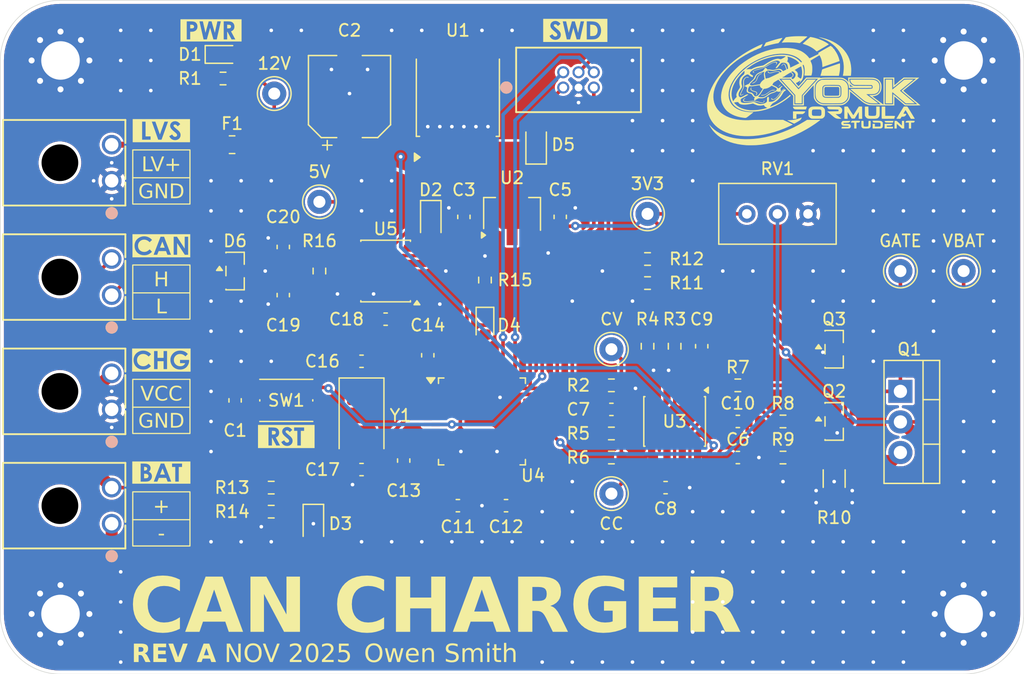
<source format=kicad_pcb>
(kicad_pcb (version 20241229) (generator "pcbnew") (generator_version "9.0")
  (title_block (title "Linear Battery Charger") (date "2025-11-22") (rev "${REVISION}") (company "York Formula Student"))
  (layers (0 "F.Cu" signal) (2 "B.Cu" signal) (5 "F.SilkS" user "F.Silkscreen") (7 "B.SilkS" user "B.Silkscreen") (1 "F.Mask" user) (3 "B.Mask" user) (25 "Edge.Cuts" user))
  (property "REVISION" "A")
  (net 0 "")
  (net 1 "+12V")
  (net 2 "GND")
  (net 3 "+5V")
  (net 4 "+3V3")
  (net 5 "Net-(U3A-+)")
  (net 6 "Net-(U3B-+)")
  (net 7 "Net-(C9-Pad1)")
  (net 8 "/CV_FB")
  (net 9 "Net-(C10-Pad1)")
  (net 10 "/CC_FB")
  (net 11 "VCC_SENSE")
  (net 12 "/HSE_IN")
  (net 13 "/HSE_OUT")
  (net 14 "CANH")
  (net 15 "CANL")
  (net 16 "Net-(D1-K)")
  (net 17 "Net-(D4-A)")
  (net 18 "Net-(D4-K)")
  (net 19 "Net-(D5-A)")
  (net 20 "12V_IN")
  (net 21 "VCC")
  (net 22 "VBAT")
  (net 23 "/SWCLK")
  (net 24 "/NRST")
  (net 25 "/SWO")
  (net 26 "/SWDIO")
  (net 27 "Net-(Q1-S)")
  (net 28 "/GATE")
  (net 29 "Net-(Q2-G)")
  (net 30 "Net-(Q3-G)")
  (net 31 "CV_SET")
  (net 32 "CC_SET")
  (net 33 "ENABLE")
  (net 43 "CAN_TX")
  (net 55 "CAN_RX")
  (footprint "Capacitor_SMD:C_0603_1608Metric" (layer "F.Cu") (at 125.25 70.5)
    (property "Reference" "C8")
    (property "Value" "30n")
  )
  (footprint "Resistor_SMD:R_0603_1608Metric" (layer "F.Cu") (at 135 68 180)
    (property "Reference" "R9")
    (property "Value" "1k")
  )
  (footprint "Capacitor_SMD:C_0603_1608Metric" (layer "F.Cu") (at 131.25 68)
    (property "Reference" "C6")
    (property "Value" "1u")
  )
  (footprint "Resistor_SMD:R_0603_1608Metric" (layer "F.Cu") (at 88.5 36.5)
    (property "Reference" "R1")
    (property "Value" "10k")
  )
  (footprint "Resistor_SMD:R_0603_1608Metric" (layer "F.Cu") (at 110.25 53.25 -90)
    (property "Reference" "R15")
    (property "Value" "330")
  )
  (footprint "Capacitor_SMD:C_0603_1608Metric" (layer "F.Cu") (at 120.75 64 180)
    (property "Reference" "C7")
    (property "Value" "1u")
  )
  (footprint "Capacitor_SMD:CP_Elec_6.3x7.7" (layer "F.Cu") (at 99 38 90)
    (property "Reference" "C2")
    (property "Value" "22u")
  )
  (footprint "kibuzzard-6910B743" (layer "F.Cu") (at 83.375 50.4)
    (property "Reference" "kibuzzard-6910B743" (hide yes))
    (property "Value" "G***" (hide yes))
  )
  (footprint "Capacitor_SMD:C_0603_1608Metric" (layer "F.Cu") (at 108 72)
    (property "Reference" "C11")
    (property "Value" "1u")
  )
  (footprint "LED_SMD:LED_0603_1608Metric" (layer "F.Cu") (at 110.25 57 -90)
    (property "Reference" "D4")
    (property "Value" "LED_Small")
  )
  (footprint "Package_TO_SOT_THT:TO-220-3_Vertical" (layer "F.Cu") (at 144.75 62.5 -90)
    (property "Reference" "Q1")
    (property "Value" "IRFB4020")
  )
  (footprint "TestPoint:TestPoint_Keystone_5000-5004_Miniature" (layer "F.Cu") (at 150 52.5)
    (property "Reference" "TP7" (hide yes))
    (property "Value" "TestPoint")
  )
  (footprint "Diode_SMD:D_SOD-323" (layer "F.Cu") (at 105.75 48.25 -90)
    (property "Reference" "D2")
    (property "Value" "D_Schottky")
  )
  (footprint "Resistor_SMD:R_0603_1608Metric" (layer "F.Cu") (at 92.5 70.5)
    (property "Reference" "R13")
    (property "Value" "51k")
  )
  (footprint "Capacitor_SMD:C_0603_1608Metric" (layer "F.Cu") (at 100 60)
    (property "Reference" "C16")
    (property "Value" "30p")
  )
  (footprint "Resistor_SMD:R_0603_1608Metric" (layer "F.Cu") (at 120.75 68 180)
    (property "Reference" "R6")
    (property "Value" "10k")
  )
  (footprint "Button_Switch_SMD:SW_Push_1P1T_NO_Vertical_Wuerth_434133025816" (layer "F.Cu") (at 93.75 63.25)
    (property "Reference" "SW1")
    (property "Value" "SW_Push")
  )
  (footprint "kibuzzard-6910BB76" (layer "F.Cu") (at 117.75 32.5)
    (property "Reference" "kibuzzard-6910BB76" (hide yes))
    (property "Value" "G***" (hide yes))
  )
  (footprint "Package_TO_SOT_SMD:TO-252-2" (layer "F.Cu") (at 108 38 90)
    (property "Reference" "U1")
    (property "Value" "TPS7B88")
  )
  (footprint "kibuzzard-6910BB6B" (layer "F.Cu") (at 87.5 32.5)
    (property "Reference" "kibuzzard-6910BB6B" (hide yes))
    (property "Value" "G***" (hide yes))
  )
  (footprint "MountingHole:MountingHole_3.2mm_M3_Pad_Via" (layer "F.Cu") (at 75 81)
    (property "Reference" "H2" (hide yes))
    (property "Value" "MountingHole_Pad")
  )
  (footprint "TestPoint:TestPoint_Keystone_5000-5004_Miniature" (layer "F.Cu") (at 123.75 47.75)
    (property "Reference" "TP3" (hide yes))
    (property "Value" "TestPoint")
  )
  (footprint "kibuzzard-6910BB45" (layer "F.Cu") (at 93.75 66.25)
    (property "Reference" "kibuzzard-6910BB45" (hide yes))
    (property "Value" "G***" (hide yes))
  )
  (footprint "Package_SO:SOIC-8_3.9x4.9mm_P1.27mm" (layer "F.Cu") (at 126 65 -90)
    (property "Reference" "U3")
    (property "Value" "OPA1678")
  )
  (footprint "Capacitor_SMD:C_0603_1608Metric" (layer "F.Cu") (at 128.25 58.75 -90)
    (property "Reference" "C9")
    (property "Value" "10n")
  )
  (footprint "TestPoint:TestPoint_Keystone_5000-5004_Miniature" (layer "F.Cu") (at 120.75 59)
    (property "Reference" "TP5" (hide yes))
    (property "Value" "TestPoint")
  )
  (footprint "Resistor_SMD:R_0603_1608Metric" (layer "F.Cu") (at 131.25 62)
    (property "Reference" "R7")
    (property "Value" "1k")
  )
  (footprint "Capacitor_SMD:C_0603_1608Metric" (layer "F.Cu") (at 100 69 180)
    (property "Reference" "C17")
    (property "Value" "30p")
  )
  (footprint "Package_TO_SOT_SMD:SOT-23" (layer "F.Cu") (at 139.25 65)
    (property "Reference" "Q2")
    (property "Value" "FDV303N")
  )
  (footprint "kibuzzard-6910B7D7" (layer "F.Cu") (at 83.375 40.834141)
    (property "Reference" "kibuzzard-6910B7D7" (hide yes))
    (property "Value" "G***" (hide yes))
  )
  (footprint "Resistor_SMD:R_0603_1608Metric" (layer "F.Cu") (at 92.5 72.5 180)
    (property "Reference" "R14")
    (property "Value" "3k")
  )
  (footprint "Diode_SMD:D_SOD-323" (layer "F.Cu") (at 114.5 42 90)
    (property "Reference" "D5")
    (property "Value" "D_Schottky")
  )
  (footprint "yfs:MolexMicrofitPlus1x2" (layer "F.Cu") (at 79.25 73.5 -90)
    (property "Reference" "J3" (hide yes))
    (property "Value" "Conn_01x02")
  )
  (footprint "Capacitor_SMD:C_0603_1608Metric" (layer "F.Cu") (at 116.5 48 90)
    (property "Reference" "C5")
    (property "Value" "1u")
  )
  (footprint "Capacitor_SMD:C_0603_1608Metric" (layer "F.Cu") (at 108.5 48 90)
    (property "Reference" "C3")
    (property "Value" "1u")
  )
  (footprint "Resistor_SMD:R_0603_1608Metric" (layer "F.Cu") (at 126 58.75 -90)
    (property "Reference" "R3")
    (property "Value" "30k")
  )
  (footprint "LED_SMD:LED_0603_1608Metric" (layer "F.Cu") (at 88.5 34.5)
    (property "Reference" "D1")
    (property "Value" "LED_Small")
  )
  (footprint "TestPoint:TestPoint_Keystone_5000-5004_Miniature" (layer "F.Cu") (at 96.5 46.75)
    (property "Reference" "TP2" (hide yes))
    (property "Value" "TestPoint")
  )
  (footprint "TestPoint:TestPoint_Keystone_5000-5004_Miniature" (layer "F.Cu") (at 144.75 52.5)
    (property "Reference" "TP8" (hide yes))
    (property "Value" "TestPoint")
  )
  (footprint "Capacitor_SMD:C_0603_1608Metric" (layer "F.Cu") (at 93.5 50.5 90)
    (property "Reference" "C20")
    (property "Value" "100p")
  )
  (footprint "TestPoint:TestPoint_Keystone_5000-5004_Miniature" (layer "F.Cu") (at 92.75 37.75)
    (property "Reference" "TP1" (hide yes))
    (property "Value" "TestPoint")
  )
  (footprint "Capacitor_SMD:C_0603_1608Metric" (layer "F.Cu") (at 105.5 59.5 90)
    (property "Reference" "C14")
    (property "Value" "1u")
  )
  (footprint "Resistor_SMD:R_0805_2012Metric" (layer "F.Cu") (at 89.25 42)
    (property "Reference" "F1")
    (property "Value" "Polyfuse")
  )
  (footprint "kibuzzard-691F9AB4" (layer "F.Cu") (at 83.375 59.9)
    (property "Reference" "kibuzzard-691F9AB4" (hide yes))
    (property "Value" "G***" (hide yes))
  )
  (footprint "Resistor_SMD:R_0603_1608Metric" (layer "F.Cu") (at 123.75 51.5 180)
    (property "Reference" "R12")
    (property "Value" "10k")
  )
  (footprint "yfs:MolexMicrofitPlus1x2" (layer "F.Cu") (at 79.25 45 -90)
    (property "Reference" "J2" (hide yes))
    (property "Value" "Conn_01x02")
  )
  (footprint "MountingHole:MountingHole_3.2mm_M3_Pad_Via" (layer "F.Cu") (at 75 35)
    (property "Reference" "H1" (hide yes))
    (property "Value" "MountingHole_Pad")
  )
  (footprint "Resistor_SMD:R_1206_3216Metric" (layer "F.Cu") (at 139.25 69.75 -90)
    (property "Reference" "R10")
    (property "Value" "25m")
  )
  (footprint "yfs:MolexMicrofitPlus1x2" (layer "F.Cu") (at 79.25 64 -90)
    (property "Reference" "J4" (hide yes))
    (property "Value" "Conn_01x02")
  )
  (footprint "Resistor_SMD:R_0603_1608Metric" (layer "F.Cu") (at 120.75 62)
    (property "Reference" "R2")
    (property "Value" "330")
  )
  (footprint "Capacitor_SMD:C_0603_1608Metric" (layer "F.Cu") (at 102 56.5 180)
    (property "Reference" "C18")
    (property "Value" "1u")
  )
  (footprint "kibuzzard-691FA72C" (layer "F.Cu") (at 83.375 69.25)
    (property "Reference" "kibuzzard-691FA72C" (hide yes))
    (property "Value" "G***" (hide yes))
  )
  (footprint "TestPoint:TestPoint_Keystone_5000-5004_Miniature" (layer "F.Cu") (at 120.75 71)
    (property "Reference" "TP6" (hide yes))
    (property "Value" "TestPoint")
  )
  (footprint "Package_TO_SOT_SMD:SOT-23" (layer "F.Cu") (at 89.5 52.5)
    (property "Reference" "D6")
    (property "Value" "PESD2CAN")
  )
  (footprint "Package_TO_SOT_SMD:SOT-89-3" (layer "F.Cu") (at 112.5 47.75 90)
    (property "Reference" "U2")
    (property "Value" "MCP1700x-330xxMB")
  )
  (footprint "Diode_SMD:D_SOD-323" (layer "F.Cu") (at 96 73.5 -90)
    (property "Reference" "D3")
    (property "Value" "3V6")
  )
  (footprint "LOGO" (layer "F.Cu") (at 137.5 37.5)
    (property "Reference" "G***" (hide yes))
    (property "Value" "LOGO" (hide yes))
  )
  (footprint "Resistor_SMD:R_0603_1608Metric" (layer "F.Cu") (at 123.75 53.5 180)
    (property "Reference" "R11")
    (property "Value" "1k")
  )
  (footprint "Potentiometer_THT:Potentiometer_Bourns_3296W_Vertical" (layer "F.Cu") (at 132 47.75 180)
    (property "Reference" "RV1")
    (property "Value" "10k")
  )
  (footprint "Capacitor_SMD:C_0603_1608Metric" (layer "F.Cu") (at 89.5 63.25 -90)
    (property "Reference" "C1")
    (property "Value" "100n")
  )
  (footprint "Capacitor_SMD:C_0603_1608Metric" (layer "F.Cu") (at 93.5 54.5 -90)
    (property "Reference" "C19")
    (property "Value" "100p")
  )
  (footprint "Package_QFP:LQFP-48_7x7mm_P0.5mm" (layer "F.Cu") (at 110 65)
    (property "Reference" "U4")
    (property "Value" "STM32F103C8Tx")
  )
  (footprint "MountingHole:MountingHole_3.2mm_M3_Pad_Via" (layer "F.Cu") (at 150 81)
    (property "Reference" "H4" (hide yes))
    (property "Value" "MountingHole_Pad")
  )
  (footprint "MountingHole:MountingHole_3.2mm_M3_Pad_Via" (layer "F.Cu") (at 150 35)
    (property "Reference" "H3" (hide yes))
    (property "Value" "MountingHole_Pad")
  )
  (footprint "Capacitor_SMD:C_0603_1608Metric" (layer "F.Cu") (at 112 72 180)
    (property "Reference" "C12")
    (property "Value" "1u")
  )
  (footprint "yfs:MolexMicrofitPlus1x2" (layer "F.Cu") (at 79.25 54.5 -90)
    (property "Reference" "J1" (hide yes))
    (property "Value" "Conn_01x02")
  )
  (footprint "Capacitor_SMD:C_0603_1608Metric" (layer "F.Cu") (at 131.25 65)
    (property "Reference" "C10")
    (property "Value" "10n")
  )
  (footprint "Resistor_SMD:R_0603_1608Metric" (layer "F.Cu") (at 96.5 52.5 90)
    (property "Reference" "R16")
    (property "Value" "120")
  )
  (footprint "Resistor_SMD:R_0603_1608Metric" (layer "F.Cu") (at 120.75 66)
    (property "Reference" "R5")
    (property "Value" "300k")
  )
  (footprint "Resistor_SMD:R_0603_1608Metric" (layer "F.Cu") (at 135 65)
    (property "Reference" "R8")
    (property "Value" "1k")
  )
  (footprint "Resistor_SMD:R_0603_1608Metric" (layer "F.Cu") (at 123.75 58.75 90)
    (property "Reference" "R4")
    (property "Value" "7k5")
  )
  (footprint "Capacitor_SMD:C_0603_1608Metric" (layer "F.Cu") (at 103.5 68.25 -90)
    (property "Reference" "C13")
    (property "Value" "1u")
  )
  (footprint "yfs:IDC-Connector-2x3" (layer "F.Cu") (at 116.75 37.25)
    (property "Reference" "J5" (hide yes))
    (property "Value" "Conn_01x06")
  )
  (footprint "Package_SO:SOIC-8_3.9x4.9mm_P1.27mm" (layer "F.Cu") (at 102 52.5 180)
    (property "Reference" "U5")
    (property "Value" "SN65HVD1050D")
  )
  (footprint "Package_TO_SOT_SMD:SOT-23" (layer "F.Cu") (at 139.25 59)
    (property "Reference" "Q3")
    (property "Value" "FDV303N")
  )
  (footprint "Crystal:Crystal_SMD_5032-2Pin_5.0x3.2mm" (layer "F.Cu") (at 100 64.5 -90)
    (property "Reference" "Y1")
    (property "Value" "8M")
  )
  (gr_line (start 81 63.815859) (end 85.75 63.815859) (stroke (width 0.1)) (layer "F.SilkS"))
  (gr_rect (start 81 52) (end 85.75 56.5) (stroke (width 0.1)) (fill no) (layer "F.SilkS"))
  (gr_rect (start 81 61.5) (end 85.75 66) (stroke (width 0.1)) (fill no) (layer "F.SilkS"))
  (gr_line (start 81 44.75) (end 85.75 44.75) (stroke (width 0.1)) (layer "F.SilkS"))
  (gr_rect (start 81 42.434141) (end 85.75 46.934141) (stroke (width 0.1)) (fill no) (layer "F.SilkS"))
  (gr_line (start 81 73.165859) (end 85.75 73.165859) (stroke (width 0.1)) (layer "F.SilkS"))
  (gr_line (start 81 54.315859) (end 85.75 54.315859) (stroke (width 0.1)) (layer "F.SilkS"))
  (gr_rect (start 81 70.85) (end 85.75 75.35) (stroke (width 0.1)) (fill no) (layer "F.SilkS"))
  (gr_arc (start 70 35) (mid 71.464466 31.464466) (end 75 30) (stroke (width 0.05)) (layer "Edge.Cuts"))
  (gr_arc (start 150 30) (mid 153.535534 31.464466) (end 155 35) (stroke (width 0.05)) (layer "Edge.Cuts"))
  (gr_line (start 75 86) (end 79 86) (stroke (width 0.05)) (layer "Edge.Cuts"))
  (gr_arc (start 75 86) (mid 71.464466 84.535534) (end 70 81) (stroke (width 0.05)) (layer "Edge.Cuts"))
  (gr_line (start 70 35) (end 70 67) (stroke (width 0.05)) (layer "Edge.Cuts"))
  (gr_arc (start 155 81) (mid 153.535534 84.535534) (end 150 86) (stroke (width 0.05)) (layer "Edge.Cuts"))
  (gr_line (start 75 30) (end 150 30) (stroke (width 0.05)) (layer "Edge.Cuts"))
  (gr_line (start 150 86) (end 79 86) (stroke (width 0.05)) (layer "Edge.Cuts"))
  (gr_line (start 155 81) (end 155 35) (stroke (width 0.05)) (layer "Edge.Cuts"))
  (gr_line (start 70 81) (end 70 67) (stroke (width 0.05)) (layer "Edge.Cuts"))
  (gr_text "VBAT" (at 150 50 0) (layer "F.SilkS") (effects (font (size 1 1))))
  (gr_text "VCC" (at 83.375 62.065859 0) (layer "F.SilkS") (effects (font (size 1.2 1.2) (thickness 0.125)) (justify top)))
  (gr_text "Owen Smith" (at 100.2 85.25 0) (layer "F.SilkS") (effects (font (size 1.5 1.5) (thickness 0.125)) (justify left bottom)))
  (gr_text "GATE" (at 144.75 50 0) (layer "F.SilkS") (effects (font (size 1 1))))
  (gr_text "H" (at 83.375 52.565859 0) (layer "F.SilkS") (effects (font (size 1.2 1.2) (thickness 0.125)) (justify top)))
  (gr_text "+" (at 83.375 71.415859 0) (layer "F.SilkS") (effects (font (size 1.2 1.2) (thickness 0.125)) (justify top)))
  (gr_text "LV+" (at 83.375 43 0) (layer "F.SilkS") (effects (font (size 1.2 1.2) (thickness 0.125)) (justify top)))
  (gr_text "NOV 2025" (at 88.6 85.25 0) (layer "F.SilkS") (effects (font (size 1.5 1.5) (thickness 0.125)) (justify left bottom)))
  (gr_text "12V" (at 92.75 35.25 0) (layer "F.SilkS") (effects (font (size 1 1))))
  (gr_text "5V" (at 96.5 44.25 0) (layer "F.SilkS") (effects (font (size 1 1))))
  (gr_text "L" (at 83.375 54.815859 0) (layer "F.SilkS") (effects (font (size 1.2 1.2) (thickness 0.125)) (justify top)))
  (gr_text "CAN CHARGER" (at 80.7 83.25 0) (layer "F.SilkS") (effects (font (size 4.5 4.5) (thickness 0.8) (bold yes)) (justify left bottom)))
  (gr_text "CC" (at 120.75 73.5 0) (layer "F.SilkS") (effects (font (size 1 1))))
  (gr_text "3V3" (at 123.75 45.25 0) (layer "F.SilkS") (effects (font (size 1 1))))
  (gr_text "-" (at 83.375 73.665859 0) (layer "F.SilkS") (effects (font (size 1.2 1.2) (thickness 0.125)) (justify top)))
  (gr_text "GND" (at 83.375 64.315859 0) (layer "F.SilkS") (effects (font (size 1.2 1.2) (thickness 0.125)) (justify top)))
  (gr_text "GND" (at 83.375 45.25 0) (layer "F.SilkS") (effects (font (size 1.2 1.2) (thickness 0.125)) (justify top)))
  (gr_text "REV ${REVISION}" (at 80.9 85.25 0) (layer "F.SilkS") (effects (font (size 1.5 1.5) (thickness 0.2) (bold yes)) (justify left bottom)))
  (gr_text "CV" (at 120.75 56.5 0) (layer "F.SilkS") (effects (font (size 1 1))))
  (segment (start 92.75 37.75) (end 89.5 34.5) (width 0.3) (layer "F.Cu") (net 1))
  (segment (start 92.75 39.4125) (end 92.75 37.75) (width 0.3) (layer "F.Cu") (net 1))
  (segment (start 129.25 67.18) (end 128.43 68) (width 0.3) (layer "F.Cu") (net 1))
  (segment (start 129.25 67) (end 129.25 67.18) (width 0.3) (layer "F.Cu") (net 1))
  (segment (start 105.75 47.2) (end 105.75 43.07) (width 0.3) (layer "F.Cu") (net 1))
  (segment (start 128.43 68) (end 127.905 67.475) (width 0.3) (layer "F.Cu") (net 1))
  (segment (start 130.475 68) (end 128.43 68) (width 0.3) (layer "F.Cu") (net 1))
  (segment (start 90.1625 42) (end 92.75 39.4125) (width 0.3) (layer "F.Cu") (net 1))
  (via (at 129.25 67) (size 0.7) (drill 0.3) (layers "F.Cu" "B.Cu") (net 1))
  (via (at 103.25 43) (size 0.7) (drill 0.3) (layers "F.Cu" "B.Cu") (net 1))
  (segment (start 113.307636 60.549) (end 103.25 50.491364) (width 0.3) (layer "B.Cu") (net 1))
  (segment (start 103.25 50.491364) (end 103.25 43) (width 0.3) (layer "B.Cu") (net 1))
  (segment (start 129.25 67) (end 122.799 60.549) (width 0.3) (layer "B.Cu") (net 1))
  (segment (start 122.799 60.549) (end 113.307636 60.549) (width 0.3) (layer "B.Cu") (net 1))
  (via (at 145 85) (size 0.7) (drill 0.3) (layers "F.Cu" "B.Cu") (net 2))
  (via (at 152.5 67.5) (size 0.7) (drill 0.3) (layers "F.Cu" "B.Cu") (net 2))
  (via (at 145 32.5) (size 0.7) (drill 0.3) (layers "F.Cu" "B.Cu") (net 2))
  (via (at 115 72.5) (size 0.7) (drill 0.3) (layers "F.Cu" "B.Cu") (net 2))
  (via (at 82.5 32.5) (size 0.7) (drill 0.3) (layers "F.Cu" "B.Cu") (net 2))
  (via (at 130 85) (size 0.7) (drill 0.3) (layers "F.Cu" "B.Cu") (net 2))
  (via (at 115 85) (size 0.7) (drill 0.3) (layers "F.Cu" "B.Cu") (net 2))
  (via (at 87.5 55) (size 0.7) (drill 0.3) (layers "F.Cu" "B.Cu") (net 2))
  (via (at 127.5 82.5) (size 0.7) (drill 0.3) (layers "F.Cu" "B.Cu") (net 2))
  (via (at 92.25 55.25) (size 0.7) (drill 0.3) (layers "F.Cu" "B.Cu") (net 2))
  (via (at 80 85) (size 0.7) (drill 0.3) (layers "F.Cu" "B.Cu") (net 2))
  (via (at 142.5 55) (size 0.7) (drill 0.3) (layers "F.Cu" "B.Cu") (net 2))
  (via (at 130 52.5) (size 0.7) (drill 0.3) (layers "F.Cu" "B.Cu") (net 2))
  (via (at 108.5 40.5) (size 0.7) (drill 0.3) (layers "F.Cu" "B.Cu") (net 2))
  (via (at 140 77.5) (size 0.7) (drill 0.3) (layers "F.Cu" "B.Cu") (net 2))
  (via (at 132.5 75) (size 0.7) (drill 0.3) (layers "F.Cu" "B.Cu") (net 2))
  (via (at 118.02 38.5) (size 0.7) (drill 0.3) (layers "F.Cu" "B.Cu") (net 2))
  (via (at 117.5 75) (size 0.7) (drill 0.3) (layers "F.Cu" "B.Cu") (net 2))
  (via (at 92.5 75) (size 0.7) (drill 0.3) (layers "F.Cu" "B.Cu") (net 2))
  (via (at 90 75) (size 0.7) (drill 0.3) (layers "F.Cu" "B.Cu") (net 2))
  (via (at 79.25 46.5) (size 0.7) (drill 0.3) (layers "F.Cu" "B.Cu") (net 2))
  (via (at 95 32.5) (size 0.7) (drill 0.3) (layers "F.Cu" "B.Cu") (net 2))
  (via (at 80 80) (size 0.7) (drill 0.3) (layers "F.Cu" "B.Cu") (net 2))
  (via (at 127.5 77.5) (size 0.7) (drill 0.3) (layers "F.Cu" "B.Cu") (net 2))
  (via (at 137.5 75) (size 0.7) (drill 0.3) (layers "F.Cu" "B.Cu") (net 2))
  (via (at 145 47.5) (size 0.7) (drill 0.3) (layers "F.Cu" "B.Cu") (net 2))
  (via (at 142.5 35) (size 0.7) (drill 0.3) (layers "F.Cu" "B.Cu") (net 2))
  (via (at 139.5 65.95) (size 0.7) (drill 0.3) (layers "F.Cu" "B.Cu") (net 2))
  (via (at 145 42.5) (size 0.7) (drill 0.3) (layers "F.Cu" "B.Cu") (net 2))
  (via (at 92 52.5) (size 0.7) (drill 0.3) (layers "F.Cu" "B.Cu") (net 2))
  (via (at 100 45) (size 0.7) (drill 0.3) (layers "F.Cu" "B.Cu") (net 2))
  (via (at 135 75) (size 0.7) (drill 0.3) (layers "F.Cu" "B.Cu") (net 2))
  (via (at 82.5 37.5) (size 0.7) (drill 0.3) (layers "F.Cu" "B.Cu") (net 2))
  (via (at 120 52.5) (size 0.7) (drill 0.3) (layers "F.Cu" "B.Cu") (net 2))
  (via (at 115 75) (size 0.7) (drill 0.3) (layers "F.Cu" "B.Cu") (net 2))
  (via (at 90 47.5) (size 0.7) (drill 0.3) (layers "F.Cu" "B.Cu") (net 2))
  (via (at 142.5 42.5) (size 0.7) (drill 0.3) (layers "F.Cu" "B.Cu") (net 2))
  (via (at 150 72.5) (size 0.7) (drill 0.3) (layers "F.Cu" "B.Cu") (net 2))
  (via (at 102.5 47.5) (size 0.7) (drill 0.3) (layers "F.Cu" "B.Cu") (net 2))
  (via (at 117.5 72.5) (size 0.7) (drill 0.3) (layers "F.Cu" "B.Cu") (net 2))
  (via (at 99 37.75) (size 0.7) (drill 0.3) (layers "F.Cu" "B.Cu") (net 2))
  (via (at 132.5 85) (size 0.7) (drill 0.3) (layers "F.Cu" "B.Cu") (net 2))
  (via (at 90 57.5) (size 0.7) (drill 0.3) (layers "F.Cu" "B.Cu") (net 2))
  (via (at 145 45) (size 0.7) (drill 0.3) (layers "F.Cu" "B.Cu") (net 2))
  (via (at 102.5 45) (size 0.7) (drill 0.3) (layers "F.Cu" "B.Cu") (net 2))
  (via (at 142.5 60) (size 0.7) (drill 0.3) (layers "F.Cu" "B.Cu") (net 2))
  (via (at 87.5 60) (size 0.7) (drill 0.3) (layers "F.Cu" "B.Cu") (net 2))
  (via (at 142.5 57.5) (size 0.7) (drill 0.3) (layers "F.Cu" "B.Cu") (net 2))
  (via (at 130 75) (size 0.7) (drill 0.3) (layers "F.Cu" "B.Cu") (net 2))
  (via (at 135 70) (size 0.7) (drill 0.3) (layers "F.Cu" "B.Cu") (net 2))
  (via (at 140 80) (size 0.7) (drill 0.3) (layers "F.Cu" "B.Cu") (net 2))
  (via (at 127.5 85) (size 0.7) (drill 0.3) (layers "F.Cu" "B.Cu") (net 2))
  (via (at 140 52.5) (size 0.7) (drill 0.3) (layers "F.Cu" "B.Cu") (net 2))
  (via (at 117.5 85) (size 0.7) (drill 0.3) (layers "F.Cu" "B.Cu") (net 2))
  (via (at 87.5 47.5) (size 0.7) (drill 0.3) (layers "F.Cu" "B.Cu") (net 2))
  (via (at 110 72) (size 0.7) (drill 0.3) (layers "F.Cu" "B.Cu") (net 2))
  (via (at 117.5 70) (size 0.7) (drill 0.3) (layers "F.Cu" "B.Cu") (net 2))
  (via (at 87.5 50) (size 0.7) (drill 0.3) (layers "F.Cu" "B.Cu") (net 2))
  (via (at 152.5 75) (size 0.7) (drill 0.3) (layers "F.Cu" "B.Cu") (net 2))
  (via (at 152.5 45) (size 0.7) (drill 0.3) (layers "F.Cu" "B.Cu") (net 2))
  (via (at 112.5 75) (size 0.7) (drill 0.3) (layers "F.Cu" "B.Cu") (net 2))
  (via (at 147.5 50) (size 0.7) (drill 0.3) (layers "F.Cu" "B.Cu") (net 2))
  (via (at 105.5 40.5) (size 0.7) (drill 0.3) (layers "F.Cu" "B.Cu") (net 2))
  (via (at 100 75) (size 0.7) (drill 0.3) (layers "F.Cu" "B.Cu") (net 2))
  (via (at 109.5 40.5) (size 0.7) (drill 0.3) (layers "F.Cu" "B.Cu") (net 2))
  (via (at 110 75) (size 0.7) (drill 0.3) (layers "F.Cu" "B.Cu") (net 2))
  (via (at 80 82.5) (size 0.7) (drill 0.3) (layers "F.Cu" "B.Cu") (net 2))
  (via (at 117.75 47.25) (size 0.7) (drill 0.3) (layers "F.Cu" "B.Cu") (net 2))
  (via (at 92.25 49.75) (size 0.7) (drill 0.3) (layers "F.Cu" "B.Cu") (net 2))
  (via (at 80 37.5) (size 0.7) (drill 0.3) (layers "F.Cu" "B.Cu") (net 2))
  (via (at 107.5 75) (size 0.7) (drill 0.3) (layers "F.Cu" "B.Cu") (net 2))
  (via (at 152.5 65) (size 0.7) (drill 0.3) (layers "F.Cu" "B.Cu") (net 2))
  (via (at 147.5 55) (size 0.7) (drill 0.3) (layers "F.Cu" "B.Cu") (net 2))
  (via (at 125 35) (size 0.7) (drill 0.3) (layers "F.Cu" "B.Cu") (net 2))
  (via (at 142.5 47.5) (size 0.7) (drill 0.3) (layers "F.Cu" "B.Cu") (net 2))
  (via (at 142.5 75) (size 0.7) (drill 0.3) (layers "F.Cu" "B.Cu") (net 2))
  (via (at 122.75 62.25) (size 0.7) (drill 0.3) (layers "F.Cu" "B.Cu") (net 2))
  (via (at 140 75) (size 0.7) (drill 0.3) (layers "F.Cu" "B.Cu") (net 2))
  (via (at 152.5 50) (size 0.7) (drill 0.3) (layers "F.Cu" "B.Cu") (net 2))
  (via (at 120 85) (size 0.7) (drill 0.3) (layers "F.Cu" "B.Cu") (net 2))
  (via (at 150 67.5) (size 0.7) (drill 0.3) (layers "F.Cu" "B.Cu") (net 2))
  (via (at 122.5 55) (size 0.7) (drill 0.3) (layers "F.Cu" "B.Cu") (net 2))
  (via (at 152.5 47.5) (size 0.7) (drill 0.3) (layers "F.Cu" "B.Cu") (net 2))
  (via (at 150 40) (size 0.7) (drill 0.3) (layers "F.Cu" "B.Cu") (net 2))
  (via (at 125.5 60.75) (size 0.7) (drill 0.3) (layers "F.Cu" "B.Cu") (net 2))
  (via (at 133 68) (size 0.7) (drill 0.3) (layers "F.Cu" "B.Cu") (net 2))
  (via (at 124.25 60.75) (size 0.7) (drill 0.3) (layers "F.Cu" "B.Cu") (net 2))
  (via (at 152.5 40) (size 0.7) (drill 0.3) (layers "F.Cu" "B.Cu") (net 2))
  (via (at 152.5 55) (size 0.7) (drill 0.3) (layers "F.Cu" "B.Cu") (net 2))
  (via (at 122.5 35) (size 0.7) (drill 0.3) (layers "F.Cu" "B.Cu") (net 2))
  (via (at 130 80) (size 0.7) (drill 0.3) (layers "F.Cu" "B.Cu") (net 2))
  (via (at 137.5 82.5) (size 0.7) (drill 0.3) (layers "F.Cu" "B.Cu") (net 2))
  (via (at 137.5 55) (size 0.7) (drill 0.3) (layers "F.Cu" "B.Cu") (net 2))
  (via (at 106.5 40.5) (size 0.7) (drill 0.3) (layers "F.Cu" "B.Cu") (net 2))
  (via (at 90 45) (size 0.7) (drill 0.3) (layers "F.Cu" "B.Cu") (net 2))
  (via (at 132.5 80) (size 0.7) (drill 0.3) (layers "F.Cu" "B.Cu") (net 2))
  (via (at 130 72.5) (size 0.7) (drill 0.3) (layers "F.Cu" "B.Cu") (net 2))
  (via (at 127.25 70.5) (size 0.7) (drill 0.3) (layers "F.Cu" "B.Cu") (net 2))
  (via (at 150 70) (size 0.7) (drill 0.3) (layers "F.Cu" "B.Cu") (net 2))
  (via (at 127.5 75) (size 0.7) (drill 0.3) (layers "F.Cu" "B.Cu") (net 2))
  (via (at 152.5 60) (size 0.7) (drill 0.3) (layers "F.Cu" "B.Cu") (net 2))
  (via (at 137.5 77.5) (size 0.7) (drill 0.3) (layers "F.Cu" "B.Cu") (net 2))
  (via (at 115.5 51) (size 0.7) (drill 0.3) (layers "F.Cu" "B.Cu") (net 2))
  (via (at 125 42.5) (size 0.7) (drill 0.3) (layers "F.Cu" "B.Cu") (net 2))
  (via (at 140 42.5) (size 0.7) (drill 0.3) (layers "F.Cu" "B.Cu") (net 2))
  (via (at 127.5 42.5) (size 0.7) (drill 0.3) (layers "F.Cu" "B.Cu") (net 2))
  (via (at 137.5 85) (size 0.7) (drill 0.3) (layers "F.Cu" "B.Cu") (net 2))
  (via (at 122.5 32.5) (size 0.7) (drill 0.3) (layers "F.Cu" "B.Cu") (net 2))
  (via (at 152.5 62.5) (size 0.7) (drill 0.3) (layers "F.Cu" "B.Cu") (net 2))
  (via (at 80 77.5) (size 0.7) (drill 0.3) (layers "F.Cu" "B.Cu") (net 2))
  (via (at 145 35) (size 0.7) (drill 0.3) (layers "F.Cu" "B.Cu") (net 2))
  (via (at 137.5 52.5) (size 0.7) (drill 0.3) (layers "F.Cu" "B.Cu") (net 2))
  (via (at 79.25 65.5) (size 0.7) (drill 0.3) (layers "F.Cu" "B.Cu") (net 2))
  (via (at 125 85) (size 0.7) (drill 0.3) (layers "F.Cu" "B.Cu") (net 2))
  (via (at 140.75 70.75) (size 0.7) (drill 0.3) (layers "F.Cu" "B.Cu") (net 2))
  (via (at 145 82.5) (size 0.7) (drill 0.3) (layers "F.Cu" "B.Cu") (net 2))
  (via (at 132.5 77.5) (size 0.7) (drill 0.3) (layers "F.Cu" "B.Cu") (net 2))
  (via (at 150 45) (size 0.7) (drill 0.3) (layers "F.Cu" "B.Cu") (net 2))
  (via (at 110 32.5) (size 0.7) (drill 0.3) (layers "F.Cu" "B.Cu") (net 2))
  (via (at 130 77.5) (size 0.7) (drill 0.3) (layers "F.Cu" "B.Cu") (net 2))
  (via (at 147.5 40) (size 0.7) (drill 0.3) (layers "F.Cu" "B.Cu") (net 2))
  (via (at 142.5 45) (size 0.7) (drill 0.3) (layers "F.Cu" "B.Cu") (net 2))
  (via (at 105 75) (size 0.7) (drill 0.3) (layers "F.Cu" "B.Cu") (net 2))
  (via (at 130 32.5) (size 0.7) (drill 0.3) (layers "F.Cu" "B.Cu") (net 2))
  (via (at 87.5 75) (size 0.7) (drill 0.3) (layers "F.Cu" "B.Cu") (net 2))
  (via (at 107.25 47.25) (size 0.7) (drill 0.3) (layers "F.Cu" "B.Cu") (net 2))
  (via (at 125 40) (size 0.7) (drill 0.3) (layers "F.Cu" "B.Cu") (net 2))
  (via (at 87.5 45) (size 0.7) (drill 0.3) (layers "F.Cu" "B.Cu") (net 2))
  (via (at 140.75 71.75) (size 0.7) (drill 0.3) (layers "F.Cu" "B.Cu") (net 2))
  (via (at 102.5 75) (size 0.7) (drill 0.3) (layers "F.Cu" "B.Cu") (net 2))
  (via (at 80 35) (size 0.7) (drill 0.3) (layers "F.Cu" "B.Cu") (net 2))
  (via (at 138.3125 59.25) (size 0.7) (drill 0.3) (layers "F.Cu" "B.Cu") (net 2))
  (via (at 127.5 32.5) (size 0.7) (drill 0.3) (layers "F.Cu" "B.Cu") (net 2))
  (via (at 140 82.5) (size 0.7) (drill 0.3) (layers "F.Cu" "B.Cu") (net 2))
  (via (at 79.25 62.5) (size 0.7) (drill 0.3) (layers "F.Cu" "B.Cu") (net 2))
  (via (at 140 55) (size 0.7) (drill 0.3) (layers "F.Cu" "B.Cu") (net 2))
  (via (at 127.5 35) (size 0.7) (drill 0.3) (layers "F.Cu" "B.Cu") (net 2))
  (via (at 145 77.5) (size 0.7) (drill 0.3) (layers "F.Cu" "B.Cu") (net 2))
  (via (at 87.5 65) (size 0.7) (drill 0.3) (layers "F.Cu" "B.Cu") (net 2))
  (via (at 97.5 35.75) (size 0.7) (drill 0.3) (layers "F.Cu" "B.Cu") (net 2))
  (via (at 152.5 70) (size 0.7) (drill 0.3) (layers "F.Cu" "B.Cu") (net 2))
  (via (at 87.5 57.5) (size 0.7) (drill 0.3) (layers "F.Cu" "B.Cu") (net 2))
  (via (at 139.25 70) (size 0.7) (drill 0.3) (layers "F.Cu" "B.Cu") (net 2))
  (via (at 122.5 42.5) (size 0.7) (drill 0.3) (layers "F.Cu" "B.Cu") (net 2))
  (via (at 132.5 52.5) (size 0.7) (drill 0.3) (layers "F.Cu" "B.Cu") (net 2))
  (via (at 107.5 40.5) (size 0.7) (drill 0.3) (layers "F.Cu" "B.Cu") (net 2))
  (via (at 90 60) (size 0.7) (drill 0.3) (layers "F.Cu" "B.Cu") (net 2))
  (via (at 122.5 37.5) (size 0.7) (drill 0.3) (layers "F.Cu" "B.Cu") (net 2))
  (via (at 147.5 42.5) (size 0.7) (drill 0.3) (layers "F.Cu" "B.Cu") (net 2))
  (via (at 87.5 62.5) (size 0.7) (drill 0.3) (layers "F.Cu" "B.Cu") (net 2))
  (via (at 142.5 32.5) (size 0.7) (drill 0.3) (layers "F.Cu" "B.Cu") (net 2))
  (via (at 79.25 43.5) (size 0.7) (drill 0.3) (layers "F.Cu" "B.Cu") (net 2))
  (via (at 135 77.5) (size 0.7) (drill 0.3) (layers "F.Cu" "B.Cu") (net 2))
  (via (at 135 85) (size 0.7) (drill 0.3) (layers "F.Cu" "B.Cu") (net 2))
  (via (at 150 65) (size 0.7) (drill 0.3) (layers "F.Cu" "B.Cu") (net 2))
  (via (at 147.5 45) (size 0.7) (drill 0.3) (layers "F.Cu" "B.Cu") (net 2))
  (via (at 150 47.5) (size 0.7) (drill 0.3) (layers "F.Cu" "B.Cu") (net 2))
  (via (at 77.75 45) (size 0.7) (drill 0.3) (layers "F.Cu" "B.Cu") (net 2))
  (via (at 92.5 32.5) (size 0.7) (drill 0.3) (layers "F.Cu" "B.Cu") (net 2))
  (via (at 82.5 35) (size 0.7) (drill 0.3) (layers "F.Cu" "B.Cu") (net 2))
  (via (at 127.5 72.5) (size 0.7) (drill 0.3) (layers "F.Cu" "B.Cu") (net 2))
  (via (at 117.5 55) (size 0.7) (drill 0.3) (layers "F.Cu" "B.Cu") (net 2))
  (via (at 135 72.5) (size 0.7) (drill 0.3) (layers "F.Cu" "B.Cu") (net 2))
  (via (at 105 32.5) (size 0.7) (drill 0.3) (layers "F.Cu" "B.Cu") (net 2))
  (via (at 142.5 85) (size 0.7) (drill 0.3) (layers "F.Cu" "B.Cu") (net 2))
  (via (at 110.25 51.25) (size 0.7) (drill 0.3) (layers "F.Cu" "B.Cu") (net 2))
  (via (at 145 75) (size 0.7) (drill 0.3) (layers "F.Cu" "B.Cu") (net 2))
  (via (at 147.5 47.5) (size 0.7) (drill 0.3) (layers "F.Cu" "B.Cu") (net 2))
  (via (at 125 37.5) (size 0.7) (drill 0.3) (layers "F.Cu" "B.Cu") (net 2))
  (via (at 90 55) (size 0.7) (drill 0.3) (layers "F.Cu" "B.Cu") (net 2))
  (via (at 101 54.405) (size 0.7) (drill 0.3) (layers "F.Cu" "B.Cu") (net 2))
  (via (at 145 80) (size 0.7) (drill 0.3) (layers "F.Cu" "B.Cu") (net 2))
  (via (at 135 82.5) (size 0.7) (drill 0.3) (layers "F.Cu" "B.Cu") (net 2))
  (via (at 122.5 40) (size 0.7) (drill 0.3) (layers "F.Cu" "B.Cu") (net 2))
  (via (at 137.5 42.5) (size 0.7) (drill 0.3) (layers "F.Cu" "B.Cu") (net 2))
  (via (at 150 75) (size 0.7) (drill 0.3) (layers "F.Cu" "B.Cu") (net 2))
  (via (at 111.5 63) (size 0.7) (drill 0.3) (layers "F.Cu" "B.Cu") (net 2))
  (via (at 111.25 67.5) (size 0.7) (drill 0.3) (layers "F.Cu" "B.Cu") (net 2))
  (via (at 92.5 60) (size 0.7) (drill 0.3) (layers "F.Cu" "B.Cu") (net 2))
  (via (at 102.5 32.5) (size 0.7) (drill 0.3) (layers "F.Cu" "B.Cu") (net 2))
  (via (at 142.5 82.5) (size 0.7) (drill 0.3) (layers "F.Cu" "B.Cu") (net 2))
  (via (at 152.5 72.5) (size 0.7) (drill 0.3) (layers "F.Cu" "B.Cu") (net 2))
  (via (at 137.75 70.75) (size 0.7) (drill 0.3) (layers "F.Cu" "B.Cu") (net 2))
  (via (at 92.5 45) (size 0.7) (drill 0.3) (layers "F.Cu" "B.Cu") (net 2))
  (via (at 142.5 80) (size 0.7) (drill 0.3) (layers "F.Cu" "B.Cu") (net 2))
  (via (at 127.5 37.5) (size 0.7) (drill 0.3) (layers "F.Cu" "B.Cu") (net 2))
  (via (at 96 73.5) (size 0.7) (drill 0.3) (layers "F.Cu" "B.Cu") (net 2))
  (via (at 142.5 77.5) (size 0.7) (drill 0.3) (layers "F.Cu" "B.Cu") (net 2))
  (via (at 125 32.5) (size 0.7) (drill 0.3) (layers "F.Cu" "B.Cu") (net 2))
  (via (at 107 52.5) (size 0.7) (drill 0.3) (layers "F.Cu" "B.Cu") (net 2))
  (via (at 122.5 85) (size 0.7) (drill 0.3) (layers "F.Cu" "B.Cu") (net 2))
  (via (at 150 42.5) (size 0.7) (drill 0.3) (layers "F.Cu" "B.Cu") (net 2))
  (via (at 147.5 52.5) (size 0.7) (drill 0.3) (layers "F.Cu" "B.Cu") (net 2))
  (via (at 127.5 40) (size 0.7) (drill 0.3) (layers "F.Cu" "B.Cu") (net 2))
  (via (at 140 85) (size 0.7) (drill 0.3) (layers "F.Cu" "B.Cu") (net 2))
  (via (at 108.25 67.5) (size 0.7) (drill 0.3) (layers "F.Cu" "B.Cu") (net 2))
  (via (at 135 80) (size 0.7) (drill 0.3) (layers "F.Cu" "B.Cu") (net 2))
  (via (at 137.75 71.75) (size 0.7) (drill 0.3) (layers "F.Cu" "B.Cu") (net 2))
  (via (at 152.5 57.5) (size 0.7) (drill 0.3) (layers "F.Cu" "B.Cu") (net 2))
  (via (at 127.5 45) (size 0.7) (drill 0.3) (layers "F.Cu" "B.Cu") (net 2))
  (via (at 132.5 72.5) (size 0.7) (drill 0.3) (layers "F.Cu" "B.Cu") (net 2))
  (via (at 110.5 40.5) (size 0.7) (drill 0.3) (layers "F.Cu" "B.Cu") (net 2))
  (via (at 137.5 80) (size 0.7) (drill 0.3) (layers "F.Cu" "B.Cu") (net 2))
  (via (at 130 82.5) (size 0.7) (drill 0.3) (layers "F.Cu" "B.Cu") (net 2))
  (via (at 132.5 82.5) (size 0.7) (drill 0.3) (layers "F.Cu" "B.Cu") (net 2))
  (via (at 127.5 80) (size 0.7) (drill 0.3) (layers "F.Cu" "B.Cu") (net 2))
  (via (at 100.5 35.75) (size 0.7) (drill 0.3) (layers "F.Cu" "B.Cu") (net 2))
  (via (at 106.5 55.25) (size 0.7) (drill 0.3) (layers "F.Cu" "B.Cu") (net 2))
  (via (at 80 32.5) (size 0.7) (drill 0.3) (layers "F.Cu" "B.Cu") (net 2))
  (via (at 152.5 42.5) (size 0.7) (drill 0.3) (layers "F.Cu" "B.Cu") (net 2))
  (via (at 125 75) (size 0.7) (drill 0.3) (layers "F.Cu" "B.Cu") (net 2))
  (via (at 98 54.405) (size 0.7) (drill 0.3) (layers "F.Cu" "B.Cu") (net 2))
  (via (at 122.5 75) (size 0.7) (drill 0.3) (layers "F.Cu" "B.Cu") (net 2))
  (via (at 87.5 67.5) (size 0.7) (drill 0.3) (layers "F.Cu" "B.Cu") (net 2))
  (via (at 147.5 57.5) (size 0.7) (drill 0.3) (layers "F.Cu" "B.Cu") (net 2))
  (via (at 152.5 52.5) (size 0.7) (drill 0.3) (layers "F.Cu" "B.Cu") (net 2))
  (via (at 91.675 73.75) (size 0.7) (drill 0.3) (layers "F.Cu" "B.Cu") (net 2))
  (via (at 112.5 32.5) (size 0.7) (drill 0.3) (layers "F.Cu" "B.Cu") (net 2))
  (via (at 100 47.5) (size 0.7) (drill 0.3) (layers "F.Cu" "B.Cu") (net 2))
  (via (at 120 75) (size 0.7) (drill 0.3) (layers "F.Cu" "B.Cu") (net 2))
  (via (at 99.25 70.25) (size 0.7) (drill 0.3) (layers "F.Cu" "B.Cu") (net 2))
  (segment (start 102.775 52.561161) (end 103.471161 51.865) (width 0.3) (layer "F.Cu") (net 3))
  (segment (start 102.75 51.143839) (end 103.471161 51.865) (width 0.3) (layer "F.Cu") (net 3))
  (segment (start 103.7 49.3) (end 102.75 50.25) (width 0.3) (layer "F.Cu") (net 3))
  (segment (start 105.75 49.3) (end 103.7 49.3) (width 0.3) (layer "F.Cu") (net 3))
  (segment (start 102.143839 51.143839) (end 102.75 51.143839) (width 0.3) (layer "F.Cu") (net 3))
  (segment (start 97.75 46.75) (end 102.143839 51.143839) (width 0.3) (layer "F.Cu") (net 3))
  (segment (start 102.775 56.5) (end 102.775 52.561161) (width 0.3) (layer "F.Cu") (net 3))
  (segment (start 96.5 46.75) (end 97.75 46.75) (width 0.3) (layer "F.Cu") (net 3))
  (segment (start 102.75 50.25) (end 102.75 51.143839) (width 0.3) (layer "F.Cu") (net 3))
  (segment (start 103.471161 51.865) (end 104.475 51.865) (width 0.3) (layer "F.Cu") (net 3))
  (segment (start 106.0625 60.8375) (end 105.5 60.275) (width 0.3) (layer "F.Cu") (net 4))
  (segment (start 103.5 67.475) (end 104.725 66.25) (width 0.3) (layer "F.Cu") (net 4))
  (segment (start 107.25 62) (end 107 62.25) (width 0.3) (layer "F.Cu") (net 4))
  (segment (start 112.775 72) (end 112.775 69.1875) (width 0.3) (layer "F.Cu") (net 4))
  (segment (start 107.491364 66.25) (end 108.201 65.540364) (width 0.3) (layer "F.Cu") (net 4))
  (segment (start 117.725 48.775) (end 117.75 48.75) (width 0.3) (layer "F.Cu") (net 4))
  (segment (start 116.5 48.775) (end 117.725 48.775) (width 0.3) (layer "F.Cu") (net 4))
  (segment (start 112.75 67.75) (end 110.75 65.75) (width 0.3) (layer "F.Cu") (net 4))
  (segment (start 105.8375 66.25) (end 107.491364 66.25) (width 0.3) (layer "F.Cu") (net 4))
  (segment (start 107.25 60.8375) (end 106.0625 60.8375) (width 0.3) (layer "F.Cu") (net 4))
  (segment (start 114.1625 62.25) (end 107 62.25) (width 0.3) (layer "F.Cu") (net 4))
  (segment (start 123.75 47.75) (end 132 47.75) (width 0.3) (layer "F.Cu") (net 4))
  (segment (start 108.201 65.540364) (end 108.201 63.451) (width 0.3) (layer "F.Cu") (net 4))
  (segment (start 107.25 60.8375) (end 107.25 62) (width 0.3) (layer "F.Cu") (net 4))
  (segment (start 115.575 49.7) (end 116.5 48.775) (width 0.3) (layer "F.Cu") (net 4))
  (segment (start 124.575 51.5) (end 124.575 48.575) (width 0.3) (layer "F.Cu") (net 4))
  (segment (start 124.575 48.575) (end 123.75 47.75) (width 0.3) (layer "F.Cu") (net 4))
  (segment (start 108.201 63.451) (end 107 62.25) (width 0.3) (layer "F.Cu") (net 4))
  (segment (start 107 62.25) (end 105.8375 62.25) (width 0.3) (layer "F.Cu") (net 4))
  (segment (start 110.75 65.75) (end 108.410636 65.75) (width 0.3) (layer "F.Cu") (net 4))
  (segment (start 104.725 66.25) (end 105.8375 66.25) (width 0.3) (layer "F.Cu") (net 4))
  (segment (start 114.1625 62.25) (end 114 62.0875) (width 0.3) (layer "F.Cu") (net 4))
  (segment (start 112.775 69.1875) (end 112.75 69.1625) (width 0.3) (layer "F.Cu") (net 4))
  (segment (start 114 62.0875) (end 114 49.7) (width 0.3) (layer "F.Cu") (net 4))
  (segment (start 112.75 69.1625) (end 112.75 67.75) (width 0.3) (layer "F.Cu") (net 4))
  (segment (start 114 49.7) (end 115.575 49.7) (width 0.3) (layer "F.Cu") (net 4))
  (segment (start 108.410636 65.75) (end 108.201 65.540364) (width 0.3) (layer "F.Cu") (net 4))
  (via (at 117.75 48.75) (size 0.7) (drill 0.3) (layers "F.Cu" "B.Cu") (net 4))
  (segment (start 122.75 48.75) (end 123.75 47.75) (width 0.3) (layer "B.Cu") (net 4))
  (segment (start 117.75 48.75) (end 122.75 48.75) (width 0.3) (layer "B.Cu") (net 4))
  (segment (start 124.864999 64) (end 125.365 63.499999) (width 0.3) (layer "F.Cu") (net 5))
  (segment (start 121.575 59.825) (end 120.75 59) (width 0.3) (layer "F.Cu") (net 5))
  (segment (start 121.525 64) (end 124.864999 64) (width 0.3) (layer "F.Cu") (net 5))
  (segment (start 125.365 63.499999) (end 125.365 62.525) (width 0.3) (layer "F.Cu") (net 5))
  (segment (start 121.575 62) (end 121.575 63.95) (width 0.3) (layer "F.Cu") (net 5))
  (segment (start 121.575 62) (end 121.575 59.825) (width 0.3) (layer "F.Cu") (net 5))
  (segment (start 121.575 68) (end 123.57 68) (width 0.3) (layer "F.Cu") (net 6))
  (segment (start 123.57 68) (end 124.095 67.475) (width 0.3) (layer "F.Cu") (net 6))
  (segment (start 124.475 67.855) (end 124.095 67.475) (width 0.3) (layer "F.Cu") (net 6))
  (segment (start 121.575 66) (end 121.575 68) (width 0.3) (layer "F.Cu") (net 6))
  (segment (start 121.575 68) (end 121.575 70.175) (width 0.3) (layer "F.Cu") (net 6))
  (segment (start 121.575 70.175) (end 120.75 71) (width 0.3) (layer "F.Cu") (net 6))
  (segment (start 124.475 70.5) (end 124.475 67.855) (width 0.3) (layer "F.Cu") (net 6))
  (segment (start 129.725 57.975) (end 130.425 58.675) (width 0.3) (layer "F.Cu") (net 7))
  (segment (start 128.43 62) (end 130.425 62) (width 0.3) (layer "F.Cu") (net 7))
  (segment (start 128.25 57.975) (end 129.725 57.975) (width 0.3) (layer "F.Cu") (net 7))
  (segment (start 127.905 62.525) (end 128.43 62) (width 0.3) (layer "F.Cu") (net 7))
  (segment (start 130.425 58.675) (end 130.425 62) (width 0.3) (layer "F.Cu") (net 7))
  (segment (start 126.635 62.525) (end 126.635 60.21) (width 0.3) (layer "F.Cu") (net 8))
  (segment (start 123.75 59.575) (end 126 59.575) (width 0.3) (layer "F.Cu") (net 8))
  (segment (start 126 59.575) (end 128.2 59.575) (width 0.3) (layer "F.Cu") (net 8))
  (segment (start 126.635 60.21) (end 126 59.575) (width 0.3) (layer "F.Cu") (net 8))
  (segment (start 126.635 66.500001) (end 126.635 67.475) (width 0.3) (layer "F.Cu") (net 9))
  (segment (start 130.475 65) (end 131.301 64.174) (width 0.3) (layer "F.Cu") (net 9))
  (segment (start 131.301 64.174) (end 133.349 64.174) (width 0.3) (layer "F.Cu") (net 9))
  (segment (start 128.135001 65) (end 126.635 66.500001) (width 0.3) (layer "F.Cu") (net 9))
  (segment (start 133.349 64.174) (end 134.175 65) (width 0.3) (layer "F.Cu") (net 9))
  (segment (start 130.475 65) (end 128.135001 65) (width 0.3) (layer "F.Cu") (net 9))
  (segment (start 134.175 68) (end 132.025 65.85) (width 0.3) (layer "F.Cu") (net 10))
  (segment (start 125.365 68.449999) (end 125.365 67.475) (width 0.3) (layer "F.Cu") (net 10))
  (segment (start 134.175 68) (end 132.675 69.5) (width 0.3) (layer "F.Cu") (net 10))
  (segment (start 126.415001 69.5) (end 125.365 68.449999) (width 0.3) (layer "F.Cu") (net 10))
  (segment (start 132.675 69.5) (end 126.415001 69.5) (width 0.3) (layer "F.Cu") (net 10))
  (segment (start 132.025 65.85) (end 132.025 65) (width 0.3) (layer "F.Cu") (net 10))
  (segment (start 96 72.45) (end 104.3 72.45) (width 0.3) (layer "F.Cu") (net 11))
  (segment (start 106.925 72) (end 105.8375 70.9125) (width 0.3) (layer "F.Cu") (net 11))
  (segment (start 93.325 70.5) (end 93.325 72.5) (width 0.3) (layer "F.Cu") (net 11))
  (segment (start 105.8375 70.9125) (end 105.8375 67.75) (width 0.3) (layer "F.Cu") (net 11))
  (segment (start 93.325 72.5) (end 95.95 72.5) (width 0.3) (layer "F.Cu") (net 11))
  (segment (start 104.3 72.45) (end 105.8375 70.9125) (width 0.3) (layer "F.Cu") (net 11))
  (segment (start 105.8375 64.25) (end 103.5 64.25) (width 0.3) (layer "F.Cu") (net 12))
  (segment (start 101.9 62.65) (end 100 62.65) (width 0.3) (layer "F.Cu") (net 12))
  (segment (start 103.5 64.25) (end 101.9 62.65) (width 0.3) (layer "F.Cu") (net 12))
  (segment (start 100.775 60) (end 100.775 61.875) (width 0.3) (layer "F.Cu") (net 12))
  (segment (start 105.8375 64.75) (end 103.75 64.75) (width 0.3) (layer "F.Cu") (net 13))
  (segment (start 103.75 64.75) (end 102.15 66.35) (width 0.3) (layer "F.Cu") (net 13))
  (segment (start 100.775 69) (end 100.775 67.125) (width 0.3) (layer "F.Cu") (net 13))
  (segment (start 102.15 66.35) (end 100 66.35) (width 0.3) (layer "F.Cu") (net 13))
  (segment (start 78.0862 55.3362) (end 78.0862 52.663801) (width 0.3) (layer "F.Cu") (net 14))
  (segment (start 96.1 53.725) (end 96.5 53.325) (width 0.3) (layer "F.Cu") (net 14))
  (segment (start 99.525 53.135) (end 96.69 53.135) (width 0.3) (layer "F.Cu") (net 14))
  (segment (start 78.75 56) (end 80.75 56) (width 0.3) (layer "F.Cu") (net 14))
  (segment (start 88.5625 53.45) (end 93.225 53.45) (width 0.3) (layer "F.Cu") (net 14))
  (segment (start 78.75 56) (end 78.0862 55.3362) (width 0.3) (layer "F.Cu") (net 14))
  (segment (start 80.75 56) (end 83.3 53.45) (width 0.3) (layer "F.Cu") (net 14))
  (segment (start 93.5 53.725) (end 96.1 53.725) (width 0.3) (layer "F.Cu") (net 14))
  (segment (start 83.3 53.45) (end 88.5625 53.45) (width 0.3) (layer "F.Cu") (net 14))
  (segment (start 78.0862 52.663801) (end 79.25 51.500001) (width 0.3) (layer "F.Cu") (net 14))
  (segment (start 96.1 51.275) (end 96.5 51.675) (width 0.3) (layer "F.Cu") (net 15))
  (segment (start 79.25 54.5) (end 82.2 51.55) (width 0.3) (layer "F.Cu") (net 15))
  (segment (start 82.2 51.55) (end 88.5625 51.55) (width 0.3) (layer "F.Cu") (net 15))
  (segment (start 88.5625 51.55) (end 93.225 51.55) (width 0.3) (layer "F.Cu") (net 15))
  (segment (start 99.525 51.865) (end 96.69 51.865) (width 0.3) (layer "F.Cu") (net 15))
  (segment (start 93.5 51.275) (end 96.1 51.275) (width 0.3) (layer "F.Cu") (net 15))
  (segment (start 87.675 36.5) (end 87.675 34.5375) (width 0.3) (layer "F.Cu") (net 16))
  (segment (start 110.25 60.8375) (end 110.25 57.7875) (width 0.3) (layer "F.Cu") (net 17))
  (segment (start 110.25 56.2125) (end 110.25 54.075) (width 0.3) (layer "F.Cu") (net 18))
  (segment (start 114.5 40.95) (end 114.5 39.5) (width 0.3) (layer "F.Cu") (net 19))
  (segment (start 114.5 39.5) (end 116.75 37.25) (width 0.3) (layer "F.Cu") (net 19))
  (segment (start 79.25 42.000001) (end 88.3375 42) (width 0.5) (layer "F.Cu") (net 20))
  (segment (start 77.5 68.750001) (end 79.25 70.500001) (width 1) (layer "F.Cu") (net 21))
  (segment (start 91.675 70.5) (end 79.25 70.500001) (width 0.3) (layer "F.Cu") (net 21))
  (segment (start 79.25 61.000001) (end 77.5 62.750001) (width 1) (layer "F.Cu") (net 21))
  (segment (start 77.5 62.750001) (end 77.5 68.750001) (width 1) (layer "F.Cu") (net 21))
  (segment (start 79.25 75.449) (end 80.25 76.449) (width 1) (layer "F.Cu") (net 22))
  (segment (start 126 56.5) (end 126 57.925) (width 0.3) (layer "F.Cu") (net 22))
  (segment (start 144.75 65.04) (end 147.46 65.04) (width 0.3) (layer "F.Cu") (net 22))
  (segment (start 150 62.5) (end 150 52.5) (width 0.3) (layer "F.Cu") (net 22))
  (segment (start 147.75 67.895) (end 144.895 65.04) (width 1) (layer "F.Cu") (net 22))
  (segment (start 79.25 73.5) (end 79.25 75.449) (width 1) (layer "F.Cu") (net 22))
  (segment (start 147.46 65.04) (end 150 62.5) (width 0.3) (layer "F.Cu") (net 22))
  (segment (start 147.75 75.25) (end 147.75 67.895) (width 1) (layer "F.Cu") (net 22))
  (segment (start 146.551 76.449) (end 147.75 75.25) (width 1) (layer "F.Cu") (net 22))
  (segment (start 135.25 59.25) (end 131.5 55.5) (width 0.3) (layer "F.Cu") (net 22))
  (segment (start 80.25 76.449) (end 146.551 76.449) (width 1) (layer "F.Cu") (net 22))
  (segment (start 127 55.5) (end 126 56.5) (width 0.3) (layer "F.Cu") (net 22))
  (segment (start 131.5 55.5) (end 127 55.5) (width 0.3) (layer "F.Cu") (net 22))
  (via (at 135.25 59.25) (size 0.7) (drill 0.3) (layers "F.Cu" "B.Cu") (net 22))
  (segment (start 141.04 65.04) (end 135.25 59.25) (width 0.3) (layer "B.Cu") (net 22))
  (segment (start 144.75 65.04) (end 141.04 65.04) (width 0.3) (layer "B.Cu") (net 22))
  (segment (start 112.75 60.8375) (end 112.75 58) (width 0.3) (layer "F.Cu") (net 23))
  (via (at 112.75 58) (size 0.7) (drill 0.3) (layers "F.Cu" "B.Cu") (net 23))
  (segment (start 112.75 39.98) (end 116.75 35.98) (width 0.3) (layer "B.Cu") (net 23))
  (segment (start 112.75 58) (end 112.75 39.98) (width 0.3) (layer "B.Cu") (net 23))
  (segment (start 89.5 62.475) (end 91.375 62.475) (width 0.3) (layer "F.Cu") (net 24))
  (segment (start 119.29 37.25) (end 119.29 48.75148) (width 0.3) (layer "F.Cu") (net 24))
  (segment (start 91.675 62.175) (end 95.825 62.175) (width 0.3) (layer "F.Cu") (net 24))
  (segment (start 97.175 62.175) (end 97.25 62.25) (width 0.3) (layer "F.Cu") (net 24))
  (segment (start 95.825 62.175) (end 97.175 62.175) (width 0.3) (layer "F.Cu") (net 24))
  (segment (start 107.5 65.25) (end 105.8375 65.25) (width 0.3) (layer "F.Cu") (net 24))
  (segment (start 119.29 48.75148) (end 115 53.04148) (width 0.3) (layer "F.Cu") (net 24))
  (segment (start 115 53.04148) (end 115 61.25) (width 0.3) (layer "F.Cu") (net 24))
  (segment (start 91.375 62.475) (end 91.675 62.175) (width 0.3) (layer "F.Cu") (net 24))
  (via (at 97.25 62.25) (size 0.7) (drill 0.3) (layers "F.Cu" "B.Cu") (net 24))
  (via (at 115 61.25) (size 0.7) (drill 0.3) (layers "F.Cu" "B.Cu") (net 24))
  (via (at 107.5 65.25) (size 0.7) (drill 0.3) (layers "F.Cu" "B.Cu") (net 24))
  (segment (start 111 65.25) (end 115 61.25) (width 0.3) (layer "B.Cu") (net 24))
  (segment (start 97.25 62.25) (end 100.25 65.25) (width 0.3) (layer "B.Cu") (net 24))
  (segment (start 100.25 65.25) (end 107.5 65.25) (width 0.3) (layer "B.Cu") (net 24))
  (segment (start 107.5 65.25) (end 111 65.25) (width 0.3) (layer "B.Cu") (net 24))
  (segment (start 111.75 60.8375) (end 111.75 58) (width 0.3) (layer "F.Cu") (net 25))
  (via (at 111.75 58) (size 0.7) (drill 0.3) (layers "F.Cu" "B.Cu") (net 25))
  (segment (start 111.75 39.5) (end 116.5 34.75) (width 0.3) (layer "B.Cu") (net 25))
  (segment (start 111.75 58) (end 111.75 39.5) (width 0.3) (layer "B.Cu") (net 25))
  (segment (start 116.5 34.75) (end 118.06 34.75) (width 0.3) (layer "B.Cu") (net 25))
  (segment (start 118.06 34.75) (end 119.29 35.98) (width 0.3) (layer "B.Cu") (net 25))
  (segment (start 115.25 63.25) (end 116.25 62.25) (width 0.3) (layer "F.Cu") (net 26))
  (segment (start 116.25 53.5) (end 120.5 49.25) (width 0.3) (layer "F.Cu") (net 26))
  (segment (start 120 35) (end 119 35) (width 0.3) (layer "F.Cu") (net 26))
  (segment (start 119 35) (end 118.02 35.98) (width 0.3) (layer "F.Cu") (net 26))
  (segment (start 120.5 49.25) (end 120.5 35.5) (width 0.3) (layer "F.Cu") (net 26))
  (segment (start 116.25 62.25) (end 116.25 53.5) (width 0.3) (layer "F.Cu") (net 26))
  (segment (start 114.1625 63.25) (end 115.25 63.25) (width 0.3) (layer "F.Cu") (net 26))
  (segment (start 120.5 35.5) (end 120 35) (width 0.3) (layer "F.Cu") (net 26))
  (segment (start 135.825 68) (end 136.1125 68.2875) (width 0.3) (layer "F.Cu") (net 27))
  (segment (start 144.75 67.58) (end 144.0425 68.2875) (width 1) (layer "F.Cu") (net 27))
  (segment (start 144.0425 68.2875) (end 139.25 68.2875) (width 1) (layer "F.Cu") (net 27))
  (segment (start 136.1125 68.2875) (end 139.25 68.2875) (width 0.3) (layer "F.Cu") (net 27))
  (segment (start 140.1875 65) (end 140.1875 62.25) (width 0.3) (layer "F.Cu") (net 28))
  (segment (start 135.825 65) (end 140.1875 65) (width 0.3) (layer "F.Cu") (net 28))
  (segment (start 140.1875 62.25) (end 140.1875 59) (width 0.3) (layer "F.Cu") (net 28))
  (segment (start 140.4375 62.5) (end 140.1875 62.25) (width 0.3) (layer "F.Cu") (net 28))
  (segment (start 144.75 62.5) (end 140.4375 62.5) (width 0.3) (layer "F.Cu") (net 28))
  (segment (start 144.75 52.5) (end 144.75 62.5) (width 0.3) (layer "F.Cu") (net 28))
  (segment (start 138.3125 64.05) (end 136.2625 62) (width 0.3) (layer "F.Cu") (net 29))
  (segment (start 136.2625 62) (end 132.075 62) (width 0.3) (layer "F.Cu") (net 29))
  (segment (start 136.55 58.05) (end 132 53.5) (width 0.3) (layer "F.Cu") (net 30))
  (segment (start 132 53.5) (end 124.575 53.5) (width 0.3) (layer "F.Cu") (net 30))
  (segment (start 138.3125 58.05) (end 136.55 58.05) (width 0.3) (layer "F.Cu") (net 30))
  (segment (start 115.25 65.25) (end 118.5 62) (width 0.3) (layer "F.Cu") (net 31))
  (segment (start 118.5 62) (end 119.925 62) (width 0.3) (layer "F.Cu") (net 31))
  (segment (start 114.1625 65.25) (end 115.25 65.25) (width 0.3) (layer "F.Cu") (net 31))
  (segment (start 116 65.75) (end 119.675 65.75) (width 0.3) (layer "F.Cu") (net 32))
  (segment (start 116 66.25) (end 116.5 66.75) (width 0.3) (layer "F.Cu") (net 32))
  (segment (start 116 65.75) (end 116 66.25) (width 0.3) (layer "F.Cu") (net 32))
  (segment (start 114.1625 65.75) (end 116 65.75) (width 0.3) (layer "F.Cu") (net 32))
  (via (at 116.5 66.75) (size 0.7) (drill 0.3) (layers "F.Cu" "B.Cu") (net 32))
  (segment (start 117.451 67.701) (end 130.299 67.701) (width 0.3) (layer "B.Cu") (net 32))
  (segment (start 134.54 63.46) (end 134.54 47.75) (width 0.3) (layer "B.Cu") (net 32))
  (segment (start 116.5 66.75) (end 117.451 67.701) (width 0.3) (layer "B.Cu") (net 32))
  (segment (start 130.299 67.701) (end 134.54 63.46) (width 0.3) (layer "B.Cu") (net 32))
  (segment (start 117.5 57) (end 117.5 62) (width 0.3) (layer "F.Cu") (net 33))
  (segment (start 117.5 62) (end 115.75 63.75) (width 0.3) (layer "F.Cu") (net 33))
  (segment (start 122.925 53.5) (end 121 53.5) (width 0.3) (layer "F.Cu") (net 33))
  (segment (start 115.75 63.75) (end 114.1625 63.75) (width 0.3) (layer "F.Cu") (net 33))
  (segment (start 122.925 53.5) (end 122.925 51.5) (width 0.3) (layer "F.Cu") (net 33))
  (segment (start 121 53.5) (end 117.5 57) (width 0.3) (layer "F.Cu") (net 33))
  (segment (start 108.25 60.8375) (end 108.25 58.18) (width 0.3) (layer "F.Cu") (net 43))
  (segment (start 108.25 58.18) (end 104.475 54.405) (width 0.3) (layer "F.Cu") (net 43))
  (segment (start 108.75 52) (end 107.345 50.595) (width 0.3) (layer "F.Cu") (net 55))
  (segment (start 107.345 50.595) (end 104.475 50.595) (width 0.3) (layer "F.Cu") (net 55))
  (segment (start 108.75 60.8375) (end 108.75 52) (width 0.3) (layer "F.Cu") (net 55))
  (zone (net 1) (net_name "+12V") (layer "F.Cu") (name "12V_TOP") (priority 1) (connect_pads yes (clearance 0.3)) (min_thickness 0.25) (fill yes (thermal_gap 0.5) (thermal_bridge_width 0.5))
    (polygon (pts (xy 100 42.75) (xy 104.5 44.5) (xy 106.75 44.5) (xy 106.75 41.5) (xy 100.189205 41.5) (xy 100 41.310795) (xy 100 38.743177) (xy 98 38.75) (xy 98 40.875) (xy 97.625 41.25) (xy 89.5 41.25) (xy 89.5 42.75)))
  )
  (zone (net 3) (net_name "+5V") (layer "F.Cu") (name "5V_TOP") (connect_pads yes (clearance 0.2)) (min_thickness 0.25) (fill yes (thermal_gap 0.5) (thermal_bridge_width 0.5))
    (polygon (pts (xy 110.444755 49) (xy 109.493613 49.75) (xy 107.241898 49.75) (xy 105 49.75) (xy 105 48.25) (xy 109.125 48.25) (xy 109.5 47.875) (xy 109.5 41.75) (xy 115.5 41.75) (xy 115.5 44.25) (xy 114 44.25) (xy 113.5 44.75) (xy 113.5 49)))
  )
  (zone (net 2) (net_name "GND") (layers "F.Cu" "B.Cu") (name "GND") (connect_pads thru_hole_only (clearance 0.2)) (min_thickness 0.25) (fill yes (thermal_gap 0.3) (thermal_bridge_width 0.5))
    (polygon (pts (xy 70 30) (xy 155 30) (xy 155 86) (xy 70 86)))
  )
)
</source>
